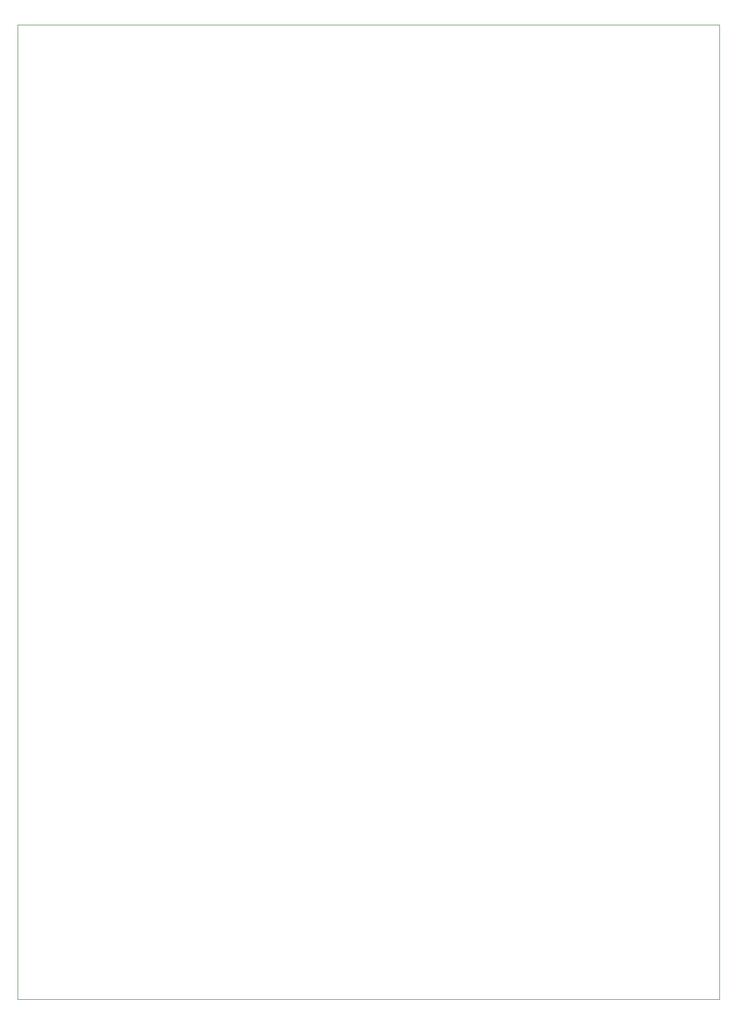
<source format=gbr>
%TF.GenerationSoftware,KiCad,Pcbnew,9.0.2+dfsg-1*%
%TF.CreationDate,2025-10-06T22:07:28-05:00*%
%TF.ProjectId,numpad,6e756d70-6164-42e6-9b69-6361645f7063,rev?*%
%TF.SameCoordinates,Original*%
%TF.FileFunction,Profile,NP*%
%FSLAX46Y46*%
G04 Gerber Fmt 4.6, Leading zero omitted, Abs format (unit mm)*
G04 Created by KiCad (PCBNEW 9.0.2+dfsg-1) date 2025-10-06 22:07:28*
%MOMM*%
%LPD*%
G01*
G04 APERTURE LIST*
%TA.AperFunction,Profile*%
%ADD10C,0.050000*%
%TD*%
G04 APERTURE END LIST*
D10*
X21500000Y-15000000D02*
X129500000Y-15000000D01*
X129500000Y-165000000D01*
X21500000Y-165000000D01*
X21500000Y-15000000D01*
M02*

</source>
